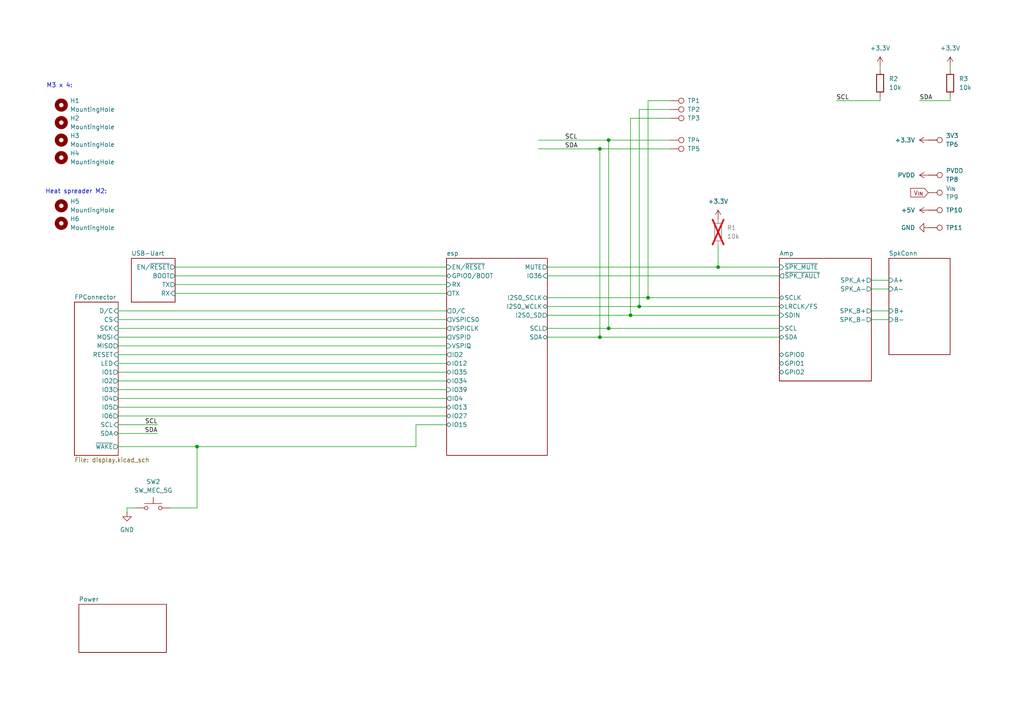
<source format=kicad_sch>
(kicad_sch (version 20231120) (generator "eeschema") (generator_version "8.0")
  (paper "A4")
  (title_block (title "SqueezeAMP_{again}") (date "2024-08-23") (rev "1.0") (comment 1 "Overview"))
  (lib_symbols
    (symbol "Connector:TestPoint" (pin_numbers hide) (pin_names (offset 0.762) hide)
      (property "Reference" "TP" (at 0 6.858 0))
      (property "Value" "TestPoint" (at 0 5.08 0))
      (symbol "TestPoint_0_1"
        (circle (center 0 3.302) (radius 0.762))
      )
      (symbol "TestPoint_1_1"
        (pin passive line (at 0 0 90) (length 2.54) (name "1") (number "1"))
      )
    )
    (symbol "Device:R" (pin_numbers hide) (pin_names (offset 0))
      (property "Reference" "R" (at 2.032 0 90))
      (property "Value" "R" (at 0 0 90))
      (symbol "R_0_1"
        (rectangle (start -1.016 -2.54) (end 1.016 2.54) (stroke (width 0.254)))
      )
      (symbol "R_1_1"
        (pin passive line (at 0 3.81 270) (length 1.27) (name "~") (number "1"))
        (pin passive line (at 0 -3.81 90) (length 1.27) (name "~") (number "2"))
      )
    )
    (symbol "Mechanical:MountingHole" (pin_names (offset 1.016)) (exclude_from_sim yes) (in_bom no)
      (property "Reference" "H" (at 0 5.08 0))
      (property "Value" "MountingHole" (at 0 3.175 0))
      (symbol "MountingHole_0_1"
        (circle (center 0 0) (radius 1.27) (stroke (width 1.27)))
      )
    )
    (symbol "Switch:SW_MEC_5G" (pin_numbers hide) (pin_names (offset 1.016) hide)
      (property "Reference" "SW" (at 1.27 2.54 0))
      (property "Value" "SW_MEC_5G" (at 0 -1.524 0))
      (symbol "SW_MEC_5G_0_1"
        (circle (center -2.032 0) (radius 0.508))
        (polyline (pts (xy 0 1.27) (xy 0 3.048)))
        (polyline (pts (xy 2.54 1.27) (xy -2.54 1.27)))
        (circle (center 2.032 0) (radius 0.508))
        (pin passive line (at -5.08 0 0) (length 2.54) (name "A") (number "1"))
        (pin passive line (at 5.08 0 180) (length 2.54) (name "B") (number "3"))
      )
      (symbol "SW_MEC_5G_1_1"
        (pin passive line (at -5.08 0 0) (length 2.54) hide (name "A") (number "2"))
        (pin passive line (at 5.08 0 180) (length 2.54) hide (name "B") (number "4"))
      )
    )
    (symbol "power:+24V" (power) (pin_numbers hide) (pin_names (offset 0) hide)
      (property "Value" "+24V" (at 0 3.556 0))
      (symbol "+24V_0_1"
        (polyline (pts (xy -0.762 1.27) (xy 0 2.54)))
        (polyline (pts (xy 0 0) (xy 0 2.54)))
        (polyline (pts (xy 0 2.54) (xy 0.762 1.27)))
      )
      (symbol "+24V_1_1"
        (pin power_in line (at 0 0 90) (length 0) (name "~") (number "1"))
      )
    )
    (symbol "power:+3.3V" (power) (pin_numbers hide) (pin_names (offset 0) hide)
      (property "Value" "+3.3V" (at 0 3.556 0))
      (symbol "+3.3V_0_1"
        (polyline (pts (xy -0.762 1.27) (xy 0 2.54)))
        (polyline (pts (xy 0 0) (xy 0 2.54)))
        (polyline (pts (xy 0 2.54) (xy 0.762 1.27)))
      )
      (symbol "+3.3V_1_1"
        (pin power_in line (at 0 0 90) (length 0) (name "~") (number "1"))
      )
    )
    (symbol "power:+5V" (power) (pin_numbers hide) (pin_names (offset 0) hide)
      (property "Value" "+5V" (at 0 3.556 0))
      (symbol "+5V_0_1"
        (polyline (pts (xy -0.762 1.27) (xy 0 2.54)))
        (polyline (pts (xy 0 0) (xy 0 2.54)))
        (polyline (pts (xy 0 2.54) (xy 0.762 1.27)))
      )
      (symbol "+5V_1_1"
        (pin power_in line (at 0 0 90) (length 0) (name "~") (number "1"))
      )
    )
    (symbol "power:GND" (power) (pin_numbers hide) (pin_names (offset 0) hide)
      (property "Value" "GND" (at 0 -3.81 0))
      (symbol "GND_0_1"
        (polyline (pts (xy 0 0) (xy 0 -1.27) (xy 1.27 -1.27) (xy 0 -2.54) (xy -1.27 -1.27) (xy 0 -1.27)))
      )
      (symbol "GND_1_1"
        (pin power_in line (at 0 0 270) (length 0) (name "~") (number "1"))
      )
    )
  )
  (junction (at 187.96 86.36))
  (junction (at 182.88 91.44))
  (junction (at 173.99 43.18))
  (junction (at 57.15 129.54))
  (junction (at 185.42 88.9))
  (junction (at 176.53 40.64))
  (junction (at 173.99 97.79))
  (junction (at 176.53 95.25))
  (junction (at 208.28 77.47))
  (wire (pts (xy 34.29 120.65) (xy 129.54 120.65)))
  (wire (pts (xy 34.29 115.57) (xy 129.54 115.57)))
  (wire (pts (xy 156.21 43.18) (xy 173.99 43.18)))
  (wire (pts (xy 185.42 31.75) (xy 194.31 31.75)))
  (wire (pts (xy 34.29 129.54) (xy 57.15 129.54)))
  (wire (pts (xy 49.53 147.32) (xy 57.15 147.32)))
  (wire (pts (xy 34.29 105.41) (xy 129.54 105.41)))
  (wire (pts (xy 252.73 83.82) (xy 257.81 83.82)))
  (wire (pts (xy 252.73 92.71) (xy 257.81 92.71)))
  (wire (pts (xy 275.59 19.05) (xy 275.59 20.32)))
  (wire (pts (xy 36.83 147.32) (xy 36.83 148.59)))
  (wire (pts (xy 50.8 82.55) (xy 129.54 82.55)))
  (wire (pts (xy 158.75 86.36) (xy 187.96 86.36)))
  (wire (pts (xy 158.75 77.47) (xy 208.28 77.47)))
  (wire (pts (xy 34.29 97.79) (xy 129.54 97.79)))
  (wire (pts (xy 158.75 80.01) (xy 226.06 80.01)))
  (wire (pts (xy 34.29 123.19) (xy 45.72 123.19)))
  (wire (pts (xy 158.75 95.25) (xy 176.53 95.25)))
  (wire (pts (xy 266.7 29.21) (xy 275.59 29.21)))
  (wire (pts (xy 50.8 77.47) (xy 129.54 77.47)))
  (wire (pts (xy 182.88 34.29) (xy 194.31 34.29)))
  (wire (pts (xy 39.37 147.32) (xy 36.83 147.32)))
  (wire (pts (xy 242.57 29.21) (xy 255.27 29.21)))
  (wire (pts (xy 182.88 34.29) (xy 182.88 91.44)))
  (wire (pts (xy 34.29 100.33) (xy 129.54 100.33)))
  (wire (pts (xy 187.96 29.21) (xy 187.96 86.36)))
  (wire (pts (xy 208.28 71.12) (xy 208.28 77.47)))
  (wire (pts (xy 50.8 85.09) (xy 129.54 85.09)))
  (wire (pts (xy 185.42 31.75) (xy 185.42 88.9)))
  (wire (pts (xy 57.15 147.32) (xy 57.15 129.54)))
  (wire (pts (xy 158.75 97.79) (xy 173.99 97.79)))
  (wire (pts (xy 173.99 97.79) (xy 226.06 97.79)))
  (wire (pts (xy 275.59 29.21) (xy 275.59 27.94)))
  (wire (pts (xy 34.29 95.25) (xy 129.54 95.25)))
  (wire (pts (xy 176.53 40.64) (xy 176.53 95.25)))
  (wire (pts (xy 182.88 91.44) (xy 226.06 91.44)))
  (wire (pts (xy 187.96 86.36) (xy 226.06 86.36)))
  (wire (pts (xy 57.15 129.54) (xy 120.65 129.54)))
  (wire (pts (xy 252.73 90.17) (xy 257.81 90.17)))
  (wire (pts (xy 120.65 123.19) (xy 120.65 129.54)))
  (wire (pts (xy 252.73 81.28) (xy 257.81 81.28)))
  (wire (pts (xy 34.29 92.71) (xy 129.54 92.71)))
  (wire (pts (xy 208.28 77.47) (xy 226.06 77.47)))
  (wire (pts (xy 50.8 80.01) (xy 129.54 80.01)))
  (wire (pts (xy 176.53 40.64) (xy 194.31 40.64)))
  (wire (pts (xy 158.75 88.9) (xy 185.42 88.9)))
  (wire (pts (xy 185.42 88.9) (xy 226.06 88.9)))
  (wire (pts (xy 34.29 102.87) (xy 129.54 102.87)))
  (wire (pts (xy 176.53 95.25) (xy 226.06 95.25)))
  (wire (pts (xy 173.99 43.18) (xy 173.99 97.79)))
  (wire (pts (xy 255.27 19.05) (xy 255.27 20.32)))
  (wire (pts (xy 187.96 29.21) (xy 194.31 29.21)))
  (wire (pts (xy 34.29 113.03) (xy 129.54 113.03)))
  (wire (pts (xy 34.29 110.49) (xy 129.54 110.49)))
  (wire (pts (xy 34.29 107.95) (xy 129.54 107.95)))
  (wire (pts (xy 34.29 90.17) (xy 129.54 90.17)))
  (wire (pts (xy 120.65 123.19) (xy 129.54 123.19)))
  (wire (pts (xy 34.29 118.11) (xy 129.54 118.11)))
  (wire (pts (xy 255.27 29.21) (xy 255.27 27.94)))
  (wire (pts (xy 34.29 125.73) (xy 45.72 125.73)))
  (wire (pts (xy 173.99 43.18) (xy 194.31 43.18)))
  (wire (pts (xy 156.21 40.64) (xy 176.53 40.64)))
  (wire (pts (xy 158.75 91.44) (xy 182.88 91.44)))
  (text "M3 x 4:" (at 17.272 24.892 0) (effects (font (size 1.27 1.27))))
  (text "Heat spreader M2:" (at 22.098 55.626 0) (effects (font (size 1.27 1.27))))
  (label "SCL" (at 45.72 123.19 180))
  (label "SDA" (at 163.83 43.18 0))
  (label "SCL" (at 163.83 40.64 0))
  (label "SDA" (at 45.72 125.73 180))
  (label "SDA" (at 266.7 29.21 0))
  (label "SCL" (at 242.57 29.21 0))
  (global_label "V_{IN}" (shape input) (at 269.24 55.88 180) (property "Intersheetrefs" "${INTERSHEET_REFS}" (effects (hide yes))))
  (symbol (lib_id "Connector:TestPoint") (at 194.31 43.18 270) (mirror x) (unit 1)
    (property "Reference" "TP5" (at 199.39 43.18 90) (effects (justify left)))
    (property "Footprint" "TestPoint:TestPoint_Pad_D1.0mm" (effects (hide yes)))
    (property "Description" "test point" (effects (hide yes)))
  )
  (symbol (lib_id "Connector:TestPoint") (at 194.31 31.75 270) (mirror x) (unit 1)
    (property "Reference" "TP2" (at 199.39 31.75 90) (effects (justify left)))
    (property "Footprint" "TestPoint:TestPoint_Pad_D1.0mm" (effects (hide yes)))
    (property "Description" "test point" (effects (hide yes)))
  )
  (symbol (lib_id "power:GND") (at 36.83 148.59 0) (unit 1)
    (property "Reference" "#PWR053" (effects (hide yes)))
    (property "Value" "GND" (at 36.83 153.67 0))
    (property "Description" "Power symbol creates a global label with name \"GND\" , ground" (effects (hide yes)))
  )
  (symbol (lib_id "power:+3.3V") (at 275.59 19.05 0) (unit 1)
    (property "Reference" "#PWR08" (effects (hide yes)))
    (property "Value" "+3.3V" (at 275.59 13.97 0))
    (property "Description" "Power symbol creates a global label with name \"+3.3V\"" (effects (hide yes)))
  )
  (symbol (lib_id "Mechanical:MountingHole") (at 17.78 40.64 0) (unit 1) (exclude_from_sim yes) (in_bom no)
    (property "Reference" "H3" (at 20.32 39.3699 0) (effects (justify left)))
    (property "Value" "MountingHole" (at 20.32 41.9099 0) (effects (justify left)))
    (property "Footprint" "MountingHole:MountingHole_3.2mm_M3" (effects (hide yes)))
    (property "Description" "Mounting Hole without connection" (effects (hide yes)))
  )
  (symbol (lib_id "Connector:TestPoint") (at 194.31 29.21 270) (mirror x) (unit 1)
    (property "Reference" "TP1" (at 199.39 29.21 90) (effects (justify left)))
    (property "Footprint" "TestPoint:TestPoint_Pad_D1.0mm" (effects (hide yes)))
    (property "Description" "test point" (effects (hide yes)))
  )
  (symbol (lib_id "Connector:TestPoint") (at 194.31 40.64 270) (mirror x) (unit 1)
    (property "Reference" "TP4" (at 199.39 40.64 90) (effects (justify left)))
    (property "Footprint" "TestPoint:TestPoint_Pad_D1.0mm" (effects (hide yes)))
    (property "Description" "test point" (effects (hide yes)))
  )
  (symbol (lib_id "Connector:TestPoint") (at 269.24 60.96 270) (mirror x) (unit 1)
    (property "Reference" "TP10" (at 274.32 60.96 90) (effects (justify left)))
    (property "Footprint" "TestPoint:TestPoint_Pad_D1.0mm" (effects (hide yes)))
    (property "Description" "test point" (effects (hide yes)))
  )
  (symbol (lib_id "Mechanical:MountingHole") (at 17.78 59.69 0) (unit 1) (exclude_from_sim yes) (in_bom no)
    (property "Reference" "H5" (at 20.32 58.4199 0) (effects (justify left)))
    (property "Value" "MountingHole" (at 20.32 60.9599 0) (effects (justify left)))
    (property "Footprint" "MountingHole:MountingHole_2.5mm" (effects (hide yes)))
    (property "Description" "Mounting Hole without connection" (effects (hide yes)))
  )
  (symbol (lib_id "Device:R") (at 255.27 24.13 0) (unit 1)
    (property "Reference" "R2" (at 257.81 22.8599 0) (effects (justify left)))
    (property "Value" "10k" (at 257.81 25.3999 0) (effects (justify left)))
    (property "Footprint" "Resistor_SMD:R_0402_1005Metric" (effects (hide yes)))
    (property "Description" "Resistor" (effects (hide yes)))
    (property "JLCPCB#" "C25804" (effects (hide yes)))
  )
  (symbol (lib_id "Mechanical:MountingHole") (at 17.78 30.48 0) (unit 1) (exclude_from_sim yes) (in_bom no)
    (property "Reference" "H1" (at 20.32 29.2099 0) (effects (justify left)))
    (property "Value" "MountingHole" (at 20.32 31.7499 0) (effects (justify left)))
    (property "Footprint" "MountingHole:MountingHole_3.2mm_M3" (effects (hide yes)))
    (property "Description" "Mounting Hole without connection" (effects (hide yes)))
  )
  (symbol (lib_id "power:+3.3V") (at 208.28 63.5 0) (unit 1)
    (property "Reference" "#PWR01" (effects (hide yes)))
    (property "Value" "+3.3V" (at 208.28 58.42 0))
    (property "Description" "Power symbol creates a global label with name \"+3.3V\"" (effects (hide yes)))
  )
  (symbol (lib_id "Connector:TestPoint") (at 269.24 55.88 270) (mirror x) (unit 1)
    (property "Reference" "TP9" (at 274.32 57.1501 90) (effects (justify left)))
    (property "Value" "V_{IN}" (at 274.32 54.6101 90) (effects (justify left)))
    (property "Footprint" "TestPoint:TestPoint_Pad_D1.0mm" (effects (hide yes)))
    (property "Description" "test point" (effects (hide yes)))
  )
  (symbol (lib_id "Mechanical:MountingHole") (at 17.78 45.72 0) (unit 1) (exclude_from_sim yes) (in_bom no)
    (property "Reference" "H4" (at 20.32 44.4499 0) (effects (justify left)))
    (property "Value" "MountingHole" (at 20.32 46.9899 0) (effects (justify left)))
    (property "Footprint" "MountingHole:MountingHole_3.2mm_M3" (effects (hide yes)))
    (property "Description" "Mounting Hole without connection" (effects (hide yes)))
  )
  (symbol (lib_id "power:GND") (at 269.24 66.04 270) (unit 1)
    (property "Reference" "#PWR07" (effects (hide yes)))
    (property "Value" "GND" (at 265.43 66.0399 90) (effects (justify right)))
    (property "Description" "Power symbol creates a global label with name \"GND\" , ground" (effects (hide yes)))
  )
  (symbol (lib_id "Switch:SW_MEC_5G") (at 44.45 147.32 0) (unit 1)
    (property "Reference" "SW2" (at 44.45 139.7 0))
    (property "Value" "SW_MEC_5G" (at 44.45 142.24 0))
    (property "Footprint" "Button_Switch_SMD:SW_Push_1P1T_XKB_TS-1187A" (effects (hide yes)))
    (property "Datasheet" "http://www.apem.com/int/index.php?controller=attachment&id_attachment=488" (effects (hide yes)))
    (property "Description" "MEC 5G single pole normally-open tactile switch" (effects (hide yes)))
  )
  (symbol (lib_id "power:+3.3V") (at 269.24 40.64 90) (unit 1)
    (property "Reference" "#PWR03" (effects (hide yes)))
    (property "Value" "+3.3V" (at 265.43 40.6399 90) (effects (justify left)))
    (property "Description" "Power symbol creates a global label with name \"+3.3V\"" (effects (hide yes)))
  )
  (symbol (lib_id "Connector:TestPoint") (at 269.24 50.8 270) (mirror x) (unit 1)
    (property "Reference" "TP8" (at 274.32 52.0701 90) (effects (justify left)))
    (property "Value" "PVDD" (at 274.32 49.5301 90) (effects (justify left)))
    (property "Footprint" "TestPoint:TestPoint_Pad_D1.0mm" (effects (hide yes)))
    (property "Description" "test point" (effects (hide yes)))
  )
  (symbol (lib_id "power:+5V") (at 269.24 60.96 90) (unit 1)
    (property "Reference" "#PWR06" (effects (hide yes)))
    (property "Value" "+5V" (at 265.43 60.9599 90) (effects (justify left)))
    (property "Description" "Power symbol creates a global label with name \"+5V\"" (effects (hide yes)))
  )
  (symbol (lib_id "Mechanical:MountingHole") (at 17.78 64.77 0) (unit 1) (exclude_from_sim yes) (in_bom no)
    (property "Reference" "H6" (at 20.32 63.4999 0) (effects (justify left)))
    (property "Value" "MountingHole" (at 20.32 66.0399 0) (effects (justify left)))
    (property "Footprint" "MountingHole:MountingHole_2.5mm" (effects (hide yes)))
    (property "Description" "Mounting Hole without connection" (effects (hide yes)))
  )
  (symbol (lib_id "Connector:TestPoint") (at 269.24 66.04 270) (mirror x) (unit 1)
    (property "Reference" "TP11" (at 274.32 66.04 90) (effects (justify left)))
    (property "Footprint" "TestPoint:TestPoint_THTPad_D1.0mm_Drill0.5mm" (effects (hide yes)))
    (property "Description" "test point" (effects (hide yes)))
  )
  (symbol (lib_id "Mechanical:MountingHole") (at 17.78 35.56 0) (unit 1) (exclude_from_sim yes) (in_bom no)
    (property "Reference" "H2" (at 20.32 34.2899 0) (effects (justify left)))
    (property "Value" "MountingHole" (at 20.32 36.8299 0) (effects (justify left)))
    (property "Footprint" "MountingHole:MountingHole_3.2mm_M3" (effects (hide yes)))
    (property "Description" "Mounting Hole without connection" (effects (hide yes)))
  )
  (symbol (lib_id "Device:R") (at 208.28 67.31 0) (unit 1) (dnp yes)
    (property "Reference" "R1" (at 210.82 66.0399 0) (effects (justify left)))
    (property "Value" "10k" (at 210.82 68.5799 0) (effects (justify left)))
    (property "Footprint" "Resistor_SMD:R_0402_1005Metric" (effects (hide yes)))
    (property "Description" "Resistor" (effects (hide yes)))
    (property "JLCPCB#" "C25804" (effects (hide yes)))
  )
  (symbol (lib_id "power:+24V") (at 269.24 50.8 90) (unit 1)
    (property "Reference" "#PWR05" (effects (hide yes)))
    (property "Value" "PVDD" (at 265.43 50.7999 90) (effects (justify left)))
    (property "Description" "Power symbol creates a global label with name \"+24V\"" (effects (hide yes)))
  )
  (symbol (lib_id "Connector:TestPoint") (at 194.31 34.29 270) (mirror x) (unit 1)
    (property "Reference" "TP3" (at 199.39 34.29 90) (effects (justify left)))
    (property "Footprint" "TestPoint:TestPoint_Pad_D1.0mm" (effects (hide yes)))
    (property "Description" "test point" (effects (hide yes)))
  )
  (symbol (lib_id "power:+3.3V") (at 255.27 19.05 0) (unit 1)
    (property "Reference" "#PWR02" (effects (hide yes)))
    (property "Value" "+3.3V" (at 255.27 13.97 0))
    (property "Description" "Power symbol creates a global label with name \"+3.3V\"" (effects (hide yes)))
  )
  (symbol (lib_id "Connector:TestPoint") (at 269.24 40.64 270) (mirror x) (unit 1)
    (property "Reference" "TP6" (at 274.32 41.9101 90) (effects (justify left)))
    (property "Value" "3V3" (at 274.32 39.3701 90) (effects (justify left)))
    (property "Footprint" "TestPoint:TestPoint_Pad_D1.0mm" (effects (hide yes)))
    (property "Description" "test point" (effects (hide yes)))
  )
  (symbol (lib_id "Device:R") (at 275.59 24.13 0) (unit 1)
    (property "Reference" "R3" (at 278.13 22.8599 0) (effects (justify left)))
    (property "Value" "10k" (at 278.13 25.3999 0) (effects (justify left)))
    (property "Footprint" "Resistor_SMD:R_0402_1005Metric" (effects (hide yes)))
    (property "Description" "Resistor" (effects (hide yes)))
    (property "JLCPCB#" "C25804" (effects (hide yes)))
  )
  (sheet (at 226.06 74.93) (size 26.67 35.56) (stroke (width 0.1524))
    (property "Sheetname" "Amp" (at 226.06 74.2184 0) (effects (justify left bottom)))
    (property "Sheetfile" "amp.kicad_sch" (effects (hide yes)))
    (pin "~{SPK_MUTE}" input (at 226.06 77.47 180))
    (pin "~{SPK_FAULT}" output (at 226.06 80.01 180))
    (pin "SDIN" input (at 226.06 91.44 180))
    (pin "SCLK" bidirectional (at 226.06 86.36 180))
    (pin "LRCLK{slash}FS" bidirectional (at 226.06 88.9 180))
    (pin "SPK_A-" output (at 252.73 83.82 0))
    (pin "SPK_A+" output (at 252.73 81.28 0))
    (pin "SPK_B+" output (at 252.73 90.17 0))
    (pin "SPK_B-" output (at 252.73 92.71 0))
    (pin "SCL" input (at 226.06 95.25 180))
    (pin "SDA" bidirectional (at 226.06 97.79 180))
    (pin "GPIO0" bidirectional (at 226.06 102.87 180))
    (pin "GPIO1" bidirectional (at 226.06 105.41 180))
    (pin "GPIO2" bidirectional (at 226.06 107.95 180))
  )
  (sheet (at 22.86 175.26) (size 25.4 13.97) (stroke (width 0.1524))
    (property "Sheetname" "Power" (at 22.86 174.5484 0) (effects (justify left bottom)))
    (property "Sheetfile" "power.kicad_sch" (effects (hide yes)))
  )
  (sheet (at 257.81 74.93) (size 17.78 27.94) (stroke (width 0.1524))
    (property "Sheetname" "SpkConn" (at 257.81 74.2184 0) (effects (justify left bottom)))
    (property "Sheetfile" "spkconn.kicad_sch" (effects (hide yes)))
    (pin "B+" input (at 257.81 90.17 180))
    (pin "B-" input (at 257.81 92.71 180))
    (pin "A+" input (at 257.81 81.28 180))
    (pin "A-" input (at 257.81 83.82 180))
  )
  (sheet (at 129.54 74.93) (size 29.21 57.15) (stroke (width 0.1524))
    (property "Sheetname" "esp" (at 129.54 74.2184 0) (effects (justify left bottom)))
    (property "Sheetfile" "esp.kicad_sch" (effects (hide yes)))
    (pin "EN{slash}~{RESET}" input (at 129.54 77.47 180))
    (pin "MUTE" output (at 158.75 77.47 0))
    (pin "IO34" tri_state (at 129.54 110.49 180))
    (pin "IO35" tri_state (at 129.54 107.95 180))
    (pin "IO39" input (at 129.54 113.03 180))
    (pin "IO36" input (at 158.75 80.01 0))
    (pin "VSPID" output (at 129.54 97.79 180))
    (pin "SCL" output (at 158.75 95.25 0))
    (pin "D{slash}C" output (at 129.54 90.17 180))
    (pin "VSPICS0" output (at 129.54 92.71 180))
    (pin "IO2" output (at 129.54 102.87 180))
    (pin "VSPIQ" input (at 129.54 100.33 180))
    (pin "VSPICLK" output (at 129.54 95.25 180))
    (pin "SDA" bidirectional (at 158.75 97.79 0))
    (pin "IO4" output (at 129.54 115.57 180))
    (pin "RX" input (at 129.54 82.55 180))
    (pin "TX" output (at 129.54 85.09 180))
    (pin "I2S0_SD" output (at 158.75 91.44 0))
    (pin "I2S0_SCLK" bidirectional (at 158.75 86.36 0))
    (pin "I2S0_WCLK" bidirectional (at 158.75 88.9 0))
    (pin "IO12" bidirectional (at 129.54 105.41 180))
    (pin "IO13" bidirectional (at 129.54 118.11 180))
    (pin "IO27" tri_state (at 129.54 120.65 180))
    (pin "IO15" tri_state (at 129.54 123.19 180))
    (pin "GPIO0{slash}BOOT" bidirectional (at 129.54 80.01 180))
  )
  (sheet (at 38.1 74.93) (size 12.7 12.7) (stroke (width 0.1524))
    (property "Sheetname" "USB-Uart" (at 38.1 74.2184 0) (effects (justify left bottom)))
    (property "Sheetfile" "USB-Uart.kicad_sch" (effects (hide yes)))
    (pin "BOOT" output (at 50.8 80.01 0))
    (pin "EN{slash}~{RESET}" output (at 50.8 77.47 0))
    (pin "TX" output (at 50.8 82.55 0))
    (pin "RX" input (at 50.8 85.09 0))
  )
  (sheet (at 21.59 87.63) (size 12.7 44.45) (stroke (width 0.1524))
    (property "Sheetname" "FPConnector" (at 21.59 86.9184 0) (effects (justify left bottom)))
    (property "Sheetfile" "display.kicad_sch" (at 21.59 132.6646 0) (effects (justify left top)))
    (pin "MISO" output (at 34.29 100.33 0))
    (pin "MOSI" input (at 34.29 97.79 0))
    (pin "SCK" input (at 34.29 95.25 0))
    (pin "D{slash}C" input (at 34.29 90.17 0))
    (pin "CS" input (at 34.29 92.71 0))
    (pin "RESET" input (at 34.29 102.87 0))
    (pin "LED" input (at 34.29 105.41 0))
    (pin "IO3" output (at 34.29 113.03 0))
    (pin "~{WAKE}" output (at 34.29 129.54 0))
    (pin "IO1" output (at 34.29 107.95 0))
    (pin "IO2" output (at 34.29 110.49 0))
    (pin "IO4" output (at 34.29 115.57 0))
    (pin "SCL" input (at 34.29 123.19 0))
    (pin "SDA" bidirectional (at 34.29 125.73 0))
    (pin "IO5" output (at 34.29 118.11 0))
    (pin "IO6" output (at 34.29 120.65 0))
  )
)
</source>
